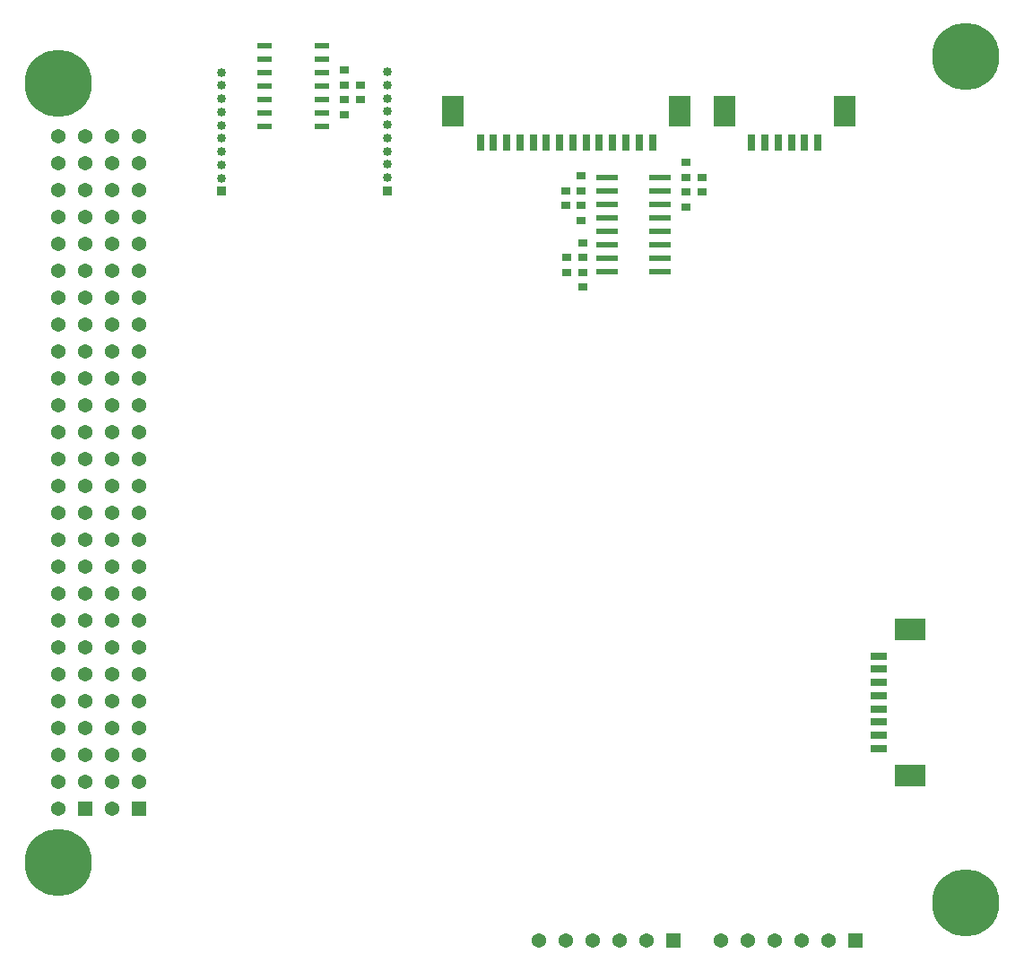
<source format=gbr>
%TF.GenerationSoftware,Altium Limited,Altium Designer,21.8.1 (53)*%
G04 Layer_Color=255*
%FSLAX45Y45*%
%MOMM*%
%TF.SameCoordinates,1CF0B822-2DD9-431B-A6BE-AAED35006C4B*%
%TF.FilePolarity,Positive*%
%TF.FileFunction,Pads,Bot*%
%TF.Part,Single*%
G01*
G75*
%TA.AperFunction,SMDPad,CuDef*%
%ADD12R,0.90000X0.80000*%
%TA.AperFunction,ComponentPad*%
%ADD36C,0.85000*%
%ADD37R,0.85000X0.85000*%
%ADD38C,1.37000*%
%ADD39R,1.37000X1.37000*%
%ADD40R,1.37000X1.37000*%
%ADD41C,6.35000*%
%TA.AperFunction,SMDPad,CuDef*%
%ADD52R,1.46050X0.53340*%
G04:AMPARAMS|DCode=53|XSize=1.98mm|YSize=0.53mm|CornerRadius=0.06625mm|HoleSize=0mm|Usage=FLASHONLY|Rotation=0.000|XOffset=0mm|YOffset=0mm|HoleType=Round|Shape=RoundedRectangle|*
%AMROUNDEDRECTD53*
21,1,1.98000,0.39750,0,0,0.0*
21,1,1.84750,0.53000,0,0,0.0*
1,1,0.13250,0.92375,-0.19875*
1,1,0.13250,-0.92375,-0.19875*
1,1,0.13250,-0.92375,0.19875*
1,1,0.13250,0.92375,0.19875*
%
%ADD53ROUNDEDRECTD53*%
%ADD54R,1.60000X0.80000*%
%ADD55R,3.00000X2.10000*%
%ADD56R,2.10000X3.00000*%
%ADD57R,0.80000X1.60000*%
D12*
X3210000Y8370000D02*
D03*
Y8230000D02*
D03*
Y8090000D02*
D03*
Y7950000D02*
D03*
X3360000Y8230000D02*
D03*
Y8090000D02*
D03*
X6590000Y7360000D02*
D03*
Y7220000D02*
D03*
X6440000Y7500000D02*
D03*
Y7360000D02*
D03*
Y7220000D02*
D03*
Y7080000D02*
D03*
X5310000Y6460000D02*
D03*
Y6600000D02*
D03*
X5460000Y6320000D02*
D03*
Y6460000D02*
D03*
Y6600000D02*
D03*
Y6740000D02*
D03*
X5450000Y7090000D02*
D03*
Y6950000D02*
D03*
X5300000Y7230000D02*
D03*
Y7090000D02*
D03*
X5450000Y7370000D02*
D03*
Y7230000D02*
D03*
D36*
X2050000Y8350000D02*
D03*
Y8225000D02*
D03*
Y8100000D02*
D03*
Y7975000D02*
D03*
Y7850000D02*
D03*
Y7725000D02*
D03*
Y7600000D02*
D03*
Y7475000D02*
D03*
Y7350000D02*
D03*
X3620000Y8355000D02*
D03*
Y8230000D02*
D03*
Y8105000D02*
D03*
Y7980000D02*
D03*
Y7855000D02*
D03*
Y7730000D02*
D03*
Y7605000D02*
D03*
Y7480000D02*
D03*
Y7355000D02*
D03*
D37*
X2050000Y7225000D02*
D03*
X3620000Y7230000D02*
D03*
D38*
X6770000Y150000D02*
D03*
X7024000D02*
D03*
X7278000D02*
D03*
X7532000D02*
D03*
X7786000D02*
D03*
X5050000D02*
D03*
X5304000D02*
D03*
X5558000D02*
D03*
X5812000D02*
D03*
X6066000D02*
D03*
X1016000Y6477000D02*
D03*
Y6223000D02*
D03*
Y5715000D02*
D03*
Y5969000D02*
D03*
Y5207000D02*
D03*
Y4953000D02*
D03*
Y4699000D02*
D03*
Y4191000D02*
D03*
Y4445000D02*
D03*
Y3683000D02*
D03*
Y3175000D02*
D03*
Y3937000D02*
D03*
Y3429000D02*
D03*
Y5461000D02*
D03*
Y6731000D02*
D03*
X1270000Y2667000D02*
D03*
Y3429000D02*
D03*
Y3175000D02*
D03*
Y2921000D02*
D03*
Y3683000D02*
D03*
Y4191000D02*
D03*
Y1651000D02*
D03*
Y2159000D02*
D03*
Y2413000D02*
D03*
Y1905000D02*
D03*
Y3937000D02*
D03*
X1016000Y7747000D02*
D03*
Y6985000D02*
D03*
Y7493000D02*
D03*
X1270000Y7239000D02*
D03*
Y7493000D02*
D03*
X1016000Y7239000D02*
D03*
X1270000Y7747000D02*
D03*
Y6985000D02*
D03*
Y6477000D02*
D03*
Y6223000D02*
D03*
Y5969000D02*
D03*
Y5715000D02*
D03*
Y5461000D02*
D03*
Y5207000D02*
D03*
Y4699000D02*
D03*
Y4445000D02*
D03*
Y6731000D02*
D03*
Y4953000D02*
D03*
X1016000Y2413000D02*
D03*
Y2667000D02*
D03*
Y1905000D02*
D03*
Y2921000D02*
D03*
Y1397000D02*
D03*
Y2159000D02*
D03*
Y1651000D02*
D03*
X508000Y6477000D02*
D03*
Y6223000D02*
D03*
Y5715000D02*
D03*
Y5969000D02*
D03*
Y5207000D02*
D03*
Y4953000D02*
D03*
Y4699000D02*
D03*
Y4191000D02*
D03*
Y4445000D02*
D03*
Y3683000D02*
D03*
Y3175000D02*
D03*
Y3937000D02*
D03*
Y3429000D02*
D03*
Y5461000D02*
D03*
Y6731000D02*
D03*
X762000Y2667000D02*
D03*
Y3429000D02*
D03*
Y3175000D02*
D03*
Y2921000D02*
D03*
Y3683000D02*
D03*
Y4191000D02*
D03*
Y1651000D02*
D03*
Y2159000D02*
D03*
Y2413000D02*
D03*
Y1905000D02*
D03*
Y3937000D02*
D03*
X508000Y7747000D02*
D03*
Y6985000D02*
D03*
Y7493000D02*
D03*
X762000Y7239000D02*
D03*
Y7493000D02*
D03*
X508000Y7239000D02*
D03*
X762000Y7747000D02*
D03*
Y6985000D02*
D03*
Y6477000D02*
D03*
Y6223000D02*
D03*
Y5969000D02*
D03*
Y5715000D02*
D03*
Y5461000D02*
D03*
Y5207000D02*
D03*
Y4699000D02*
D03*
Y4445000D02*
D03*
Y6731000D02*
D03*
Y4953000D02*
D03*
X508000Y2413000D02*
D03*
Y2667000D02*
D03*
Y1905000D02*
D03*
Y2921000D02*
D03*
Y1397000D02*
D03*
Y2159000D02*
D03*
Y1651000D02*
D03*
D39*
X8040000Y150000D02*
D03*
X6320000D02*
D03*
D40*
X1270000Y1397000D02*
D03*
X762000D02*
D03*
D41*
X9082000Y8502000D02*
D03*
Y508000D02*
D03*
X508000Y889000D02*
D03*
Y8248000D02*
D03*
D52*
X2457585Y7839000D02*
D03*
Y7966000D02*
D03*
Y8093000D02*
D03*
Y8220000D02*
D03*
Y8347000D02*
D03*
Y8474000D02*
D03*
Y8601000D02*
D03*
X3002415D02*
D03*
Y8474000D02*
D03*
Y8347000D02*
D03*
Y8220000D02*
D03*
Y8093000D02*
D03*
Y7966000D02*
D03*
Y7839000D02*
D03*
D53*
X5696000Y6463000D02*
D03*
Y6590000D02*
D03*
Y6717000D02*
D03*
Y6844000D02*
D03*
Y6971000D02*
D03*
Y7098000D02*
D03*
Y7225000D02*
D03*
Y7352000D02*
D03*
X6189000D02*
D03*
Y7225000D02*
D03*
Y7098000D02*
D03*
Y6971000D02*
D03*
Y6844000D02*
D03*
Y6717000D02*
D03*
Y6590000D02*
D03*
Y6463000D02*
D03*
D54*
X8260000Y2837500D02*
D03*
Y2712500D02*
D03*
Y2587500D02*
D03*
Y2462500D02*
D03*
Y2337500D02*
D03*
Y2212500D02*
D03*
Y2087500D02*
D03*
Y1962500D02*
D03*
D55*
X8550000Y1707500D02*
D03*
Y3092500D02*
D03*
D56*
X4240000Y7980000D02*
D03*
X6375000D02*
D03*
X6802500Y7980000D02*
D03*
X7937500D02*
D03*
D57*
X6120000Y7690000D02*
D03*
X5995000D02*
D03*
X5870000D02*
D03*
X5745000D02*
D03*
X5620000D02*
D03*
X5495000D02*
D03*
X5370000D02*
D03*
X5245000D02*
D03*
X5120000D02*
D03*
X4995000D02*
D03*
X4870000D02*
D03*
X4745000D02*
D03*
X4620000D02*
D03*
X4495000D02*
D03*
X7307500Y7690000D02*
D03*
X7682500D02*
D03*
X7557500D02*
D03*
X7432500D02*
D03*
X7182500D02*
D03*
X7057500D02*
D03*
%TF.MD5,2b6ddfb3597b36c355f76bebbc169079*%
M02*

</source>
